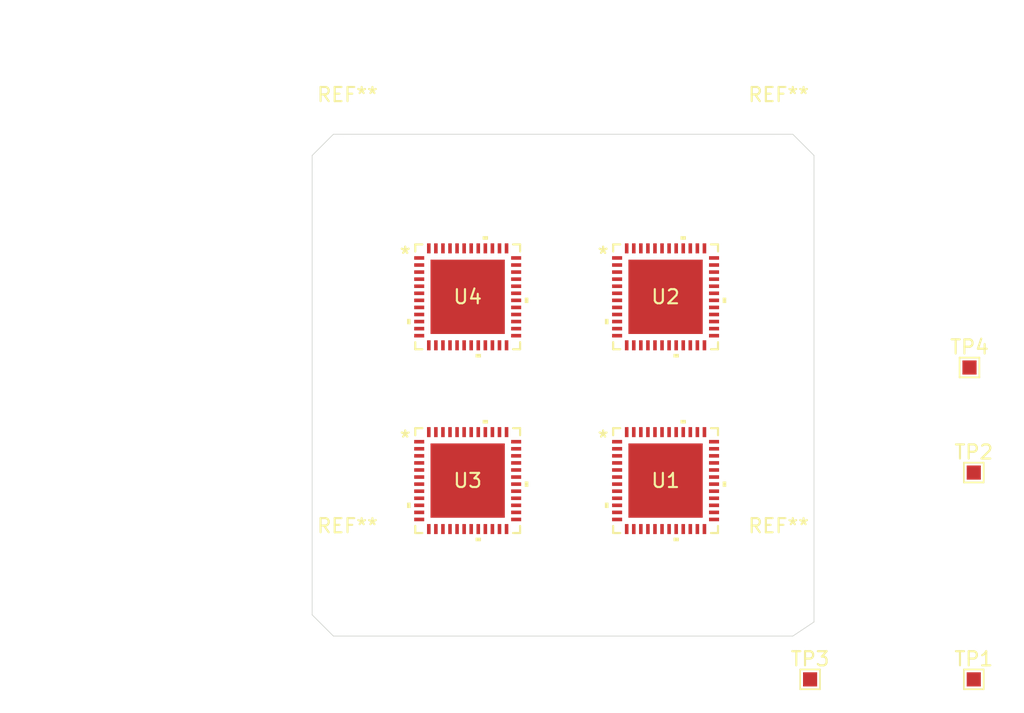
<source format=kicad_pcb>
(kicad_pcb (version 20240108) (generator "pcbnew") (generator_version "8.0")
  (layers (0 "F.Cu" signal) (31 "B.Cu" signal) (34 "B.Paste" user) (35 "F.Paste" user) (36 "B.SilkS" user "B.Silkscreen") (37 "F.SilkS" user "F.Silkscreen") (38 "B.Mask" user) (39 "F.Mask" user) (44 "Edge.Cuts" user))
  (net 0 "")
  (net 1 "Net-(U1-NRST)")
  (net 2 "Net-(U2-NRST)")
  (net 3 "Net-(U3-NRST)")
  (net 4 "Net-(U4-NRST)")
  (footprint "TestPoint:TestPoint_Pad_1.0x1.0mm" (layer "F.Cu") (at 154.3034 111.0624)
    (property "Reference" "TP1" (at 0 -1.448 0) (layer "F.SilkS"))
    (property "Value" "TestPoint")
    (fp_line (start -0.7 -0.7) (end 0.7 -0.7) (stroke (width 0.12)) (layer "F.SilkS"))
    (fp_line (start -0.7 0.7) (end -0.7 -0.7) (stroke (width 0.12)) (layer "F.SilkS"))
    (fp_line (start 0.7 -0.7) (end 0.7 0.7) (stroke (width 0.12)) (layer "F.SilkS"))
    (fp_line (start 0.7 0.7) (end -0.7 0.7) (stroke (width 0.12)) (layer "F.SilkS"))
    (pad "1" smd rect (at 0 0) (size 1 1) (layers "F.Cu" "F.Mask") (net 1 "Net-(U1-NRST)"))
  )
  (footprint "TestPoint:TestPoint_Pad_1.0x1.0mm" (layer "F.Cu") (at 154 89)
    (property "Reference" "TP4" (at 0 -1.448 0) (layer "F.SilkS"))
    (property "Value" "TestPoint")
    (fp_line (start -0.7 -0.7) (end 0.7 -0.7) (stroke (width 0.12)) (layer "F.SilkS"))
    (fp_line (start -0.7 0.7) (end -0.7 -0.7) (stroke (width 0.12)) (layer "F.SilkS"))
    (fp_line (start 0.7 -0.7) (end 0.7 0.7) (stroke (width 0.12)) (layer "F.SilkS"))
    (fp_line (start 0.7 0.7) (end -0.7 0.7) (stroke (width 0.12)) (layer "F.SilkS"))
    (pad "1" smd rect (at 0 0) (size 1 1) (layers "F.Cu" "F.Mask") (net 4 "Net-(U4-NRST)"))
  )
  (footprint "TestPoint:TestPoint_Pad_1.0x1.0mm" (layer "F.Cu") (at 142.7234 111.0624)
    (property "Reference" "TP3" (at 0 -1.448 0) (layer "F.SilkS"))
    (property "Value" "TestPoint")
    (fp_line (start -0.7 -0.7) (end 0.7 -0.7) (stroke (width 0.12)) (layer "F.SilkS"))
    (fp_line (start -0.7 0.7) (end -0.7 -0.7) (stroke (width 0.12)) (layer "F.SilkS"))
    (fp_line (start 0.7 -0.7) (end 0.7 0.7) (stroke (width 0.12)) (layer "F.SilkS"))
    (fp_line (start 0.7 0.7) (end -0.7 0.7) (stroke (width 0.12)) (layer "F.SilkS"))
    (pad "1" smd rect (at 0 0) (size 1 1) (layers "F.Cu" "F.Mask") (net 3 "Net-(U3-NRST)"))
  )
  (footprint "Snapeda:VFQFPN48_7X7X1_STM" (layer "F.Cu") (at 118.5 97)
    (property "Reference" "U3" (at 0 0 0) (layer "F.SilkS"))
    (property "Value" "STSPIN32F0")
    (fp_line (start -3.7084 -3.7084) (end -3.7084 -3.20974) (stroke (width 0.1524)) (layer "F.SilkS"))
    (fp_line (start -3.7084 3.20974) (end -3.7084 3.7084) (stroke (width 0.1524)) (layer "F.SilkS"))
    (fp_line (start -3.7084 3.7084) (end -3.20974 3.7084) (stroke (width 0.1524)) (layer "F.SilkS"))
    (fp_line (start -3.20974 -3.7084) (end -3.7084 -3.7084) (stroke (width 0.1524)) (layer "F.SilkS"))
    (fp_line (start 3.20974 3.7084) (end 3.7084 3.7084) (stroke (width 0.1524)) (layer "F.SilkS"))
    (fp_line (start 3.7084 -3.7084) (end 3.20974 -3.7084) (stroke (width 0.1524)) (layer "F.SilkS"))
    (fp_line (start 3.7084 -3.20974) (end 3.7084 -3.7084) (stroke (width 0.1524)) (layer "F.SilkS"))
    (fp_line (start 3.7084 3.7084) (end 3.7084 3.20974) (stroke (width 0.1524)) (layer "F.SilkS"))
    (fp_poly (pts (xy -4.2926 1.559499) (xy -4.2926 1.940499) (xy -4.0386 1.940499) (xy -4.0386 1.559499)) (fill solid) (layer "F.SilkS"))
    (fp_poly (pts (xy 0.559501 4.0386) (xy 0.559501 4.2926) (xy 0.940501 4.2926) (xy 0.940501 4.0386)) (fill solid) (layer "F.SilkS"))
    (fp_poly (pts (xy 1.0595 -4.0386) (xy 1.0595 -4.2926) (xy 1.4405 -4.2926) (xy 1.4405 -4.0386)) (fill solid) (layer "F.SilkS"))
    (fp_poly (pts (xy 4.2926 0.059499) (xy 4.2926 0.4405) (xy 4.0386 0.4405) (xy 4.0386 0.059499)) (fill solid) (layer "F.SilkS"))
    (fp_text user "*" (at -4.4196 -3 0) (layer "F.SilkS"))
    (fp_text user "*" (at -4.4196 -3 0) (layer "F.SilkS"))
    (pad "1" smd rect (at -3.429 -2.75 90) (size 0.254 0.7112) (layers "F.Cu" "F.Paste" "F.Mask"))
    (pad "2" smd rect (at -3.429 -2.250001 90) (size 0.254 0.7112) (layers "F.Cu" "F.Paste" "F.Mask"))
    (pad "3" smd rect (at -3.429 -1.749999 90) (size 0.254 0.7112) (layers "F.Cu" "F.Paste" "F.Mask"))
    (pad "4" smd rect (at -3.429 -1.25 90) (size 0.254 0.7112) (layers "F.Cu" "F.Paste" "F.Mask"))
    (pad "5" smd rect (at -3.429 -0.750001 90) (size 0.254 0.7112) (layers "F.Cu" "F.Paste" "F.Mask"))
    (pad "6" smd rect (at -3.429 -0.25 90) (size 0.254 0.7112) (layers "F.Cu" "F.Paste" "F.Mask"))
    (pad "7" smd rect (at -3.429 0.25 90) (size 0.254 0.7112) (layers "F.Cu" "F.Paste" "F.Mask") (net 3 "Net-(U3-NRST)"))
    (pad "8" smd rect (at -3.429 0.750001 90) (size 0.254 0.7112) (layers "F.Cu" "F.Paste" "F.Mask"))
    (pad "9" smd rect (at -3.429 1.25 90) (size 0.254 0.7112) (layers "F.Cu" "F.Paste" "F.Mask"))
    (pad "10" smd rect (at -3.429 1.749999 90) (size 0.254 0.7112) (layers "F.Cu" "F.Paste" "F.Mask"))
    (pad "11" smd rect (at -3.429 2.250001 90) (size 0.254 0.7112) (layers "F.Cu" "F.Paste" "F.Mask"))
    (pad "12" smd rect (at -3.429 2.75 90) (size 0.254 0.7112) (layers "F.Cu" "F.Paste" "F.Mask"))
    (pad "13" smd rect (at -2.75 3.429) (size 0.254 0.7112) (layers "F.Cu" "F.Paste" "F.Mask"))
    (pad "14" smd rect (at -2.250001 3.429) (size 0.254 0.7112) (layers "F.Cu" "F.Paste" "F.Mask"))
    (pad "15" smd rect (at -1.749999 3.429) (size 0.254 0.7112) (layers "F.Cu" "F.Paste" "F.Mask"))
    (pad "16" smd rect (at -1.25 3.429) (size 0.254 0.7112) (layers "F.Cu" "F.Paste" "F.Mask"))
    (pad "17" smd rect (at -0.750001 3.429) (size 0.254 0.7112) (layers "F.Cu" "F.Paste" "F.Mask"))
    (pad "18" smd rect (at -0.25 3.429) (size 0.254 0.7112) (layers "F.Cu" "F.Paste" "F.Mask"))
    (pad "19" smd rect (at 0.25 3.429) (size 0.254 0.7112) (layers "F.Cu" "F.Paste" "F.Mask"))
    (pad "20" smd rect (at 0.750001 3.429) (size 0.254 0.7112) (layers "F.Cu" "F.Paste" "F.Mask"))
    (pad "21" smd rect (at 1.25 3.429) (size 0.254 0.7112) (layers "F.Cu" "F.Paste" "F.Mask"))
    (pad "22" smd rect (at 1.749999 3.429) (size 0.254 0.7112) (layers "F.Cu" "F.Paste" "F.Mask"))
    (pad "23" smd rect (at 2.250001 3.429) (size 0.254 0.7112) (layers "F.Cu" "F.Paste" "F.Mask"))
    (pad "24" smd rect (at 2.75 3.429) (size 0.254 0.7112) (layers "F.Cu" "F.Paste" "F.Mask"))
    (pad "25" smd rect (at 3.429 2.75 90) (size 0.254 0.7112) (layers "F.Cu" "F.Paste" "F.Mask"))
    (pad "26" smd rect (at 3.429 2.250001 90) (size 0.254 0.7112) (layers "F.Cu" "F.Paste" "F.Mask"))
    (pad "27" smd rect (at 3.429 1.749999 90) (size 0.254 0.7112) (layers "F.Cu" "F.Paste" "F.Mask"))
    (pad "28" smd rect (at 3.429 1.25 90) (size 0.254 0.7112) (layers "F.Cu" "F.Paste" "F.Mask"))
    (pad "29" smd rect (at 3.429 0.750001 90) (size 0.254 0.7112) (layers "F.Cu" "F.Paste" "F.Mask"))
    (pad "30" smd rect (at 3.429 0.25 90) (size 0.254 0.7112) (layers "F.Cu" "F.Paste" "F.Mask"))
    (pad "31" smd rect (at 3.429 -0.25 90) (size 0.254 0.7112) (layers "F.Cu" "F.Paste" "F.Mask"))
    (pad "32" smd rect (at 3.429 -0.750001 90) (size 0.254 0.7112) (layers "F.Cu" "F.Paste" "F.Mask"))
    (pad "33" smd rect (at 3.429 -1.25 90) (size 0.254 0.7112) (layers "F.Cu" "F.Paste" "F.Mask"))
    (pad "34" smd rect (at 3.429 -1.749999 90) (size 0.254 0.7112) (layers "F.Cu" "F.Paste" "F.Mask"))
    (pad "35" smd rect (at 3.429 -2.250001 90) (size 0.254 0.7112) (layers "F.Cu" "F.Paste" "F.Mask"))
    (pad "36" smd rect (at 3.429 -2.75 90) (size 0.254 0.7112) (layers "F.Cu" "F.Paste" "F.Mask"))
    (pad "37" smd rect (at 2.75 -3.429) (size 0.254 0.7112) (layers "F.Cu" "F.Paste" "F.Mask"))
    (pad "38" smd rect (at 2.250001 -3.429) (size 0.254 0.7112) (layers "F.Cu" "F.Paste" "F.Mask"))
    (pad "39" smd rect (at 1.749999 -3.429) (size 0.254 0.7112) (layers "F.Cu" "F.Paste" "F.Mask"))
    (pad "40" smd rect (at 1.25 -3.429) (size 0.254 0.7112) (layers "F.Cu" "F.Paste" "F.Mask"))
    (pad "41" smd rect (at 0.750001 -3.429) (size 0.254 0.7112) (layers "F.Cu" "F.Paste" "F.Mask"))
    (pad "42" smd rect (at 0.25 -3.429) (size 0.254 0.7112) (layers "F.Cu" "F.Paste" "F.Mask"))
    (pad "43" smd rect (at -0.25 -3.429) (size 0.254 0.7112) (layers "F.Cu" "F.Paste" "F.Mask"))
    (pad "44" smd rect (at -0.750001 -3.429) (size 0.254 0.7112) (layers "F.Cu" "F.Paste" "F.Mask"))
    (pad "45" smd rect (at -1.25 -3.429) (size 0.254 0.7112) (layers "F.Cu" "F.Paste" "F.Mask"))
    (pad "46" smd rect (at -1.749999 -3.429) (size 0.254 0.7112) (layers "F.Cu" "F.Paste" "F.Mask"))
    (pad "47" smd rect (at -2.250001 -3.429) (size 0.254 0.7112) (layers "F.Cu" "F.Paste" "F.Mask"))
    (pad "48" smd rect (at -2.75 -3.429) (size 0.254 0.7112) (layers "F.Cu" "F.Paste" "F.Mask"))
    (pad "49" smd rect (at 0 0) (size 5.2578 5.2578) (layers "F.Cu" "F.Paste" "F.Mask"))
  )
  (footprint "Snapeda:VFQFPN48_7X7X1_STM" (layer "F.Cu") (at 132.5 97)
    (property "Reference" "U1" (at 0 0 0) (layer "F.SilkS"))
    (property "Value" "STSPIN32F0")
    (fp_line (start -3.7084 -3.7084) (end -3.7084 -3.20974) (stroke (width 0.1524)) (layer "F.SilkS"))
    (fp_line (start -3.7084 3.20974) (end -3.7084 3.7084) (stroke (width 0.1524)) (layer "F.SilkS"))
    (fp_line (start -3.7084 3.7084) (end -3.20974 3.7084) (stroke (width 0.1524)) (layer "F.SilkS"))
    (fp_line (start -3.20974 -3.7084) (end -3.7084 -3.7084) (stroke (width 0.1524)) (layer "F.SilkS"))
    (fp_line (start 3.20974 3.7084) (end 3.7084 3.7084) (stroke (width 0.1524)) (layer "F.SilkS"))
    (fp_line (start 3.7084 -3.7084) (end 3.20974 -3.7084) (stroke (width 0.1524)) (layer "F.SilkS"))
    (fp_line (start 3.7084 -3.20974) (end 3.7084 -3.7084) (stroke (width 0.1524)) (layer "F.SilkS"))
    (fp_line (start 3.7084 3.7084) (end 3.7084 3.20974) (stroke (width 0.1524)) (layer "F.SilkS"))
    (fp_poly (pts (xy -4.2926 1.559499) (xy -4.2926 1.940499) (xy -4.0386 1.940499) (xy -4.0386 1.559499)) (fill solid) (layer "F.SilkS"))
    (fp_poly (pts (xy 0.559501 4.0386) (xy 0.559501 4.2926) (xy 0.940501 4.2926) (xy 0.940501 4.0386)) (fill solid) (layer "F.SilkS"))
    (fp_poly (pts (xy 1.0595 -4.0386) (xy 1.0595 -4.2926) (xy 1.4405 -4.2926) (xy 1.4405 -4.0386)) (fill solid) (layer "F.SilkS"))
    (fp_poly (pts (xy 4.2926 0.059499) (xy 4.2926 0.4405) (xy 4.0386 0.4405) (xy 4.0386 0.059499)) (fill solid) (layer "F.SilkS"))
    (fp_text user "*" (at -4.4196 -3 0) (layer "F.SilkS"))
    (fp_text user "*" (at -4.4196 -3 0) (layer "F.SilkS"))
    (pad "1" smd rect (at -3.429 -2.75 90) (size 0.254 0.7112) (layers "F.Cu" "F.Paste" "F.Mask"))
    (pad "2" smd rect (at -3.429 -2.250001 90) (size 0.254 0.7112) (layers "F.Cu" "F.Paste" "F.Mask"))
    (pad "3" smd rect (at -3.429 -1.749999 90) (size 0.254 0.7112) (layers "F.Cu" "F.Paste" "F.Mask"))
    (pad "4" smd rect (at -3.429 -1.25 90) (size 0.254 0.7112) (layers "F.Cu" "F.Paste" "F.Mask"))
    (pad "5" smd rect (at -3.429 -0.750001 90) (size 0.254 0.7112) (layers "F.Cu" "F.Paste" "F.Mask"))
    (pad "6" smd rect (at -3.429 -0.25 90) (size 0.254 0.7112) (layers "F.Cu" "F.Paste" "F.Mask"))
    (pad "7" smd rect (at -3.429 0.25 90) (size 0.254 0.7112) (layers "F.Cu" "F.Paste" "F.Mask") (net 1 "Net-(U1-NRST)"))
    (pad "8" smd rect (at -3.429 0.750001 90) (size 0.254 0.7112) (layers "F.Cu" "F.Paste" "F.Mask"))
    (pad "9" smd rect (at -3.429 1.25 90) (size 0.254 0.7112) (layers "F.Cu" "F.Paste" "F.Mask"))
    (pad "10" smd rect (at -3.429 1.749999 90) (size 0.254 0.7112) (layers "F.Cu" "F.Paste" "F.Mask"))
    (pad "11" smd rect (at -3.429 2.250001 90) (size 0.254 0.7112) (layers "F.Cu" "F.Paste" "F.Mask"))
    (pad "12" smd rect (at -3.429 2.75 90) (size 0.254 0.7112) (layers "F.Cu" "F.Paste" "F.Mask"))
    (pad "13" smd rect (at -2.75 3.429) (size 0.254 0.7112) (layers "F.Cu" "F.Paste" "F.Mask"))
    (pad "14" smd rect (at -2.250001 3.429) (size 0.254 0.7112) (layers "F.Cu" "F.Paste" "F.Mask"))
    (pad "15" smd rect (at -1.749999 3.429) (size 0.254 0.7112) (layers "F.Cu" "F.Paste" "F.Mask"))
    (pad "16" smd rect (at -1.25 3.429) (size 0.254 0.7112) (layers "F.Cu" "F.Paste" "F.Mask"))
    (pad "17" smd rect (at -0.750001 3.429) (size 0.254 0.7112) (layers "F.Cu" "F.Paste" "F.Mask"))
    (pad "18" smd rect (at -0.25 3.429) (size 0.254 0.7112) (layers "F.Cu" "F.Paste" "F.Mask"))
    (pad "19" smd rect (at 0.25 3.429) (size 0.254 0.7112) (layers "F.Cu" "F.Paste" "F.Mask"))
    (pad "20" smd rect (at 0.750001 3.429) (size 0.254 0.7112) (layers "F.Cu" "F.Paste" "F.Mask"))
    (pad "21" smd rect (at 1.25 3.429) (size 0.254 0.7112) (layers "F.Cu" "F.Paste" "F.Mask"))
    (pad "22" smd rect (at 1.749999 3.429) (size 0.254 0.7112) (layers "F.Cu" "F.Paste" "F.Mask"))
    (pad "23" smd rect (at 2.250001 3.429) (size 0.254 0.7112) (layers "F.Cu" "F.Paste" "F.Mask"))
    (pad "24" smd rect (at 2.75 3.429) (size 0.254 0.7112) (layers "F.Cu" "F.Paste" "F.Mask"))
    (pad "25" smd rect (at 3.429 2.75 90) (size 0.254 0.7112) (layers "F.Cu" "F.Paste" "F.Mask"))
    (pad "26" smd rect (at 3.429 2.250001 90) (size 0.254 0.7112) (layers "F.Cu" "F.Paste" "F.Mask"))
    (pad "27" smd rect (at 3.429 1.749999 90) (size 0.254 0.7112) (layers "F.Cu" "F.Paste" "F.Mask"))
    (pad "28" smd rect (at 3.429 1.25 90) (size 0.254 0.7112) (layers "F.Cu" "F.Paste" "F.Mask"))
    (pad "29" smd rect (at 3.429 0.750001 90) (size 0.254 0.7112) (layers "F.Cu" "F.Paste" "F.Mask"))
    (pad "30" smd rect (at 3.429 0.25 90) (size 0.254 0.7112) (layers "F.Cu" "F.Paste" "F.Mask"))
    (pad "31" smd rect (at 3.429 -0.25 90) (size 0.254 0.7112) (layers "F.Cu" "F.Paste" "F.Mask"))
    (pad "32" smd rect (at 3.429 -0.750001 90) (size 0.254 0.7112) (layers "F.Cu" "F.Paste" "F.Mask"))
    (pad "33" smd rect (at 3.429 -1.25 90) (size 0.254 0.7112) (layers "F.Cu" "F.Paste" "F.Mask"))
    (pad "34" smd rect (at 3.429 -1.749999 90) (size 0.254 0.7112) (layers "F.Cu" "F.Paste" "F.Mask"))
    (pad "35" smd rect (at 3.429 -2.250001 90) (size 0.254 0.7112) (layers "F.Cu" "F.Paste" "F.Mask"))
    (pad "36" smd rect (at 3.429 -2.75 90) (size 0.254 0.7112) (layers "F.Cu" "F.Paste" "F.Mask"))
    (pad "37" smd rect (at 2.75 -3.429) (size 0.254 0.7112) (layers "F.Cu" "F.Paste" "F.Mask"))
    (pad "38" smd rect (at 2.250001 -3.429) (size 0.254 0.7112) (layers "F.Cu" "F.Paste" "F.Mask"))
    (pad "39" smd rect (at 1.749999 -3.429) (size 0.254 0.7112) (layers "F.Cu" "F.Paste" "F.Mask"))
    (pad "40" smd rect (at 1.25 -3.429) (size 0.254 0.7112) (layers "F.Cu" "F.Paste" "F.Mask"))
    (pad "41" smd rect (at 0.750001 -3.429) (size 0.254 0.7112) (layers "F.Cu" "F.Paste" "F.Mask"))
    (pad "42" smd rect (at 0.25 -3.429) (size 0.254 0.7112) (layers "F.Cu" "F.Paste" "F.Mask"))
    (pad "43" smd rect (at -0.25 -3.429) (size 0.254 0.7112) (layers "F.Cu" "F.Paste" "F.Mask"))
    (pad "44" smd rect (at -0.750001 -3.429) (size 0.254 0.7112) (layers "F.Cu" "F.Paste" "F.Mask"))
    (pad "45" smd rect (at -1.25 -3.429) (size 0.254 0.7112) (layers "F.Cu" "F.Paste" "F.Mask"))
    (pad "46" smd rect (at -1.749999 -3.429) (size 0.254 0.7112) (layers "F.Cu" "F.Paste" "F.Mask"))
    (pad "47" smd rect (at -2.250001 -3.429) (size 0.254 0.7112) (layers "F.Cu" "F.Paste" "F.Mask"))
    (pad "48" smd rect (at -2.75 -3.429) (size 0.254 0.7112) (layers "F.Cu" "F.Paste" "F.Mask"))
    (pad "49" smd rect (at 0 0) (size 5.2578 5.2578) (layers "F.Cu" "F.Paste" "F.Mask"))
  )
  (footprint "TestPoint:TestPoint_Pad_1.0x1.0mm" (layer "F.Cu") (at 154.3034 96.4324)
    (property "Reference" "TP2" (at 0 -1.448 0) (layer "F.SilkS"))
    (property "Value" "TestPoint")
    (fp_line (start -0.7 -0.7) (end 0.7 -0.7) (stroke (width 0.12)) (layer "F.SilkS"))
    (fp_line (start -0.7 0.7) (end -0.7 -0.7) (stroke (width 0.12)) (layer "F.SilkS"))
    (fp_line (start 0.7 -0.7) (end 0.7 0.7) (stroke (width 0.12)) (layer "F.SilkS"))
    (fp_line (start 0.7 0.7) (end -0.7 0.7) (stroke (width 0.12)) (layer "F.SilkS"))
    (pad "1" smd rect (at 0 0) (size 1 1) (layers "F.Cu" "F.Mask") (net 2 "Net-(U2-NRST)"))
  )
  (footprint "Snapeda:VFQFPN48_7X7X1_STM" (layer "F.Cu") (at 118.5 84)
    (property "Reference" "U4" (at 0 0 0) (layer "F.SilkS"))
    (property "Value" "STSPIN32F0")
    (fp_line (start -3.7084 -3.7084) (end -3.7084 -3.20974) (stroke (width 0.1524)) (layer "F.SilkS"))
    (fp_line (start -3.7084 3.20974) (end -3.7084 3.7084) (stroke (width 0.1524)) (layer "F.SilkS"))
    (fp_line (start -3.7084 3.7084) (end -3.20974 3.7084) (stroke (width 0.1524)) (layer "F.SilkS"))
    (fp_line (start -3.20974 -3.7084) (end -3.7084 -3.7084) (stroke (width 0.1524)) (layer "F.SilkS"))
    (fp_line (start 3.20974 3.7084) (end 3.7084 3.7084) (stroke (width 0.1524)) (layer "F.SilkS"))
    (fp_line (start 3.7084 -3.7084) (end 3.20974 -3.7084) (stroke (width 0.1524)) (layer "F.SilkS"))
    (fp_line (start 3.7084 -3.20974) (end 3.7084 -3.7084) (stroke (width 0.1524)) (layer "F.SilkS"))
    (fp_line (start 3.7084 3.7084) (end 3.7084 3.20974) (stroke (width 0.1524)) (layer "F.SilkS"))
    (fp_poly (pts (xy -4.2926 1.559499) (xy -4.2926 1.940499) (xy -4.0386 1.940499) (xy -4.0386 1.559499)) (fill solid) (layer "F.SilkS"))
    (fp_poly (pts (xy 0.559501 4.0386) (xy 0.559501 4.2926) (xy 0.940501 4.2926) (xy 0.940501 4.0386)) (fill solid) (layer "F.SilkS"))
    (fp_poly (pts (xy 1.0595 -4.0386) (xy 1.0595 -4.2926) (xy 1.4405 -4.2926) (xy 1.4405 -4.0386)) (fill solid) (layer "F.SilkS"))
    (fp_poly (pts (xy 4.2926 0.059499) (xy 4.2926 0.4405) (xy 4.0386 0.4405) (xy 4.0386 0.059499)) (fill solid) (layer "F.SilkS"))
    (fp_text user "*" (at -4.4196 -3 0) (layer "F.SilkS"))
    (fp_text user "*" (at -4.4196 -3 0) (layer "F.SilkS"))
    (pad "1" smd rect (at -3.429 -2.75 90) (size 0.254 0.7112) (layers "F.Cu" "F.Paste" "F.Mask"))
    (pad "2" smd rect (at -3.429 -2.250001 90) (size 0.254 0.7112) (layers "F.Cu" "F.Paste" "F.Mask"))
    (pad "3" smd rect (at -3.429 -1.749999 90) (size 0.254 0.7112) (layers "F.Cu" "F.Paste" "F.Mask"))
    (pad "4" smd rect (at -3.429 -1.25 90) (size 0.254 0.7112) (layers "F.Cu" "F.Paste" "F.Mask"))
    (pad "5" smd rect (at -3.429 -0.750001 90) (size 0.254 0.7112) (layers "F.Cu" "F.Paste" "F.Mask"))
    (pad "6" smd rect (at -3.429 -0.25 90) (size 0.254 0.7112) (layers "F.Cu" "F.Paste" "F.Mask"))
    (pad "7" smd rect (at -3.429 0.25 90) (size 0.254 0.7112) (layers "F.Cu" "F.Paste" "F.Mask") (net 4 "Net-(U4-NRST)"))
    (pad "8" smd rect (at -3.429 0.750001 90) (size 0.254 0.7112) (layers "F.Cu" "F.Paste" "F.Mask"))
    (pad "9" smd rect (at -3.429 1.25 90) (size 0.254 0.7112) (layers "F.Cu" "F.Paste" "F.Mask"))
    (pad "10" smd rect (at -3.429 1.749999 90) (size 0.254 0.7112) (layers "F.Cu" "F.Paste" "F.Mask"))
    (pad "11" smd rect (at -3.429 2.250001 90) (size 0.254 0.7112) (layers "F.Cu" "F.Paste" "F.Mask"))
    (pad "12" smd rect (at -3.429 2.75 90) (size 0.254 0.7112) (layers "F.Cu" "F.Paste" "F.Mask"))
    (pad "13" smd rect (at -2.75 3.429) (size 0.254 0.7112) (layers "F.Cu" "F.Paste" "F.Mask"))
    (pad "14" smd rect (at -2.250001 3.429) (size 0.254 0.7112) (layers "F.Cu" "F.Paste" "F.Mask"))
    (pad "15" smd rect (at -1.749999 3.429) (size 0.254 0.7112) (layers "F.Cu" "F.Paste" "F.Mask"))
    (pad "16" smd rect (at -1.25 3.429) (size 0.254 0.7112) (layers "F.Cu" "F.Paste" "F.Mask"))
    (pad "17" smd rect (at -0.750001 3.429) (size 0.254 0.7112) (layers "F.Cu" "F.Paste" "F.Mask"))
    (pad "18" smd rect (at -0.25 3.429) (size 0.254 0.7112) (layers "F.Cu" "F.Paste" "F.Mask"))
    (pad "19" smd rect (at 0.25 3.429) (size 0.254 0.7112) (layers "F.Cu" "F.Paste" "F.Mask"))
    (pad "20" smd rect (at 0.750001 3.429) (size 0.254 0.7112) (layers "F.Cu" "F.Paste" "F.Mask"))
    (pad "21" smd rect (at 1.25 3.429) (size 0.254 0.7112) (layers "F.Cu" "F.Paste" "F.Mask"))
    (pad "22" smd rect (at 1.749999 3.429) (size 0.254 0.7112) (layers "F.Cu" "F.Paste" "F.Mask"))
    (pad "23" smd rect (at 2.250001 3.429) (size 0.254 0.7112) (layers "F.Cu" "F.Paste" "F.Mask"))
    (pad "24" smd rect (at 2.75 3.429) (size 0.254 0.7112) (layers "F.Cu" "F.Paste" "F.Mask"))
    (pad "25" smd rect (at 3.429 2.75 90) (size 0.254 0.7112) (layers "F.Cu" "F.Paste" "F.Mask"))
    (pad "26" smd rect (at 3.429 2.250001 90) (size 0.254 0.7112) (layers "F.Cu" "F.Paste" "F.Mask"))
    (pad "27" smd rect (at 3.429 1.749999 90) (size 0.254 0.7112) (layers "F.Cu" "F.Paste" "F.Mask"))
    (pad "28" smd rect (at 3.429 1.25 90) (size 0.254 0.7112) (layers "F.Cu" "F.Paste" "F.Mask"))
    (pad "29" smd rect (at 3.429 0.750001 90) (size 0.254 0.7112) (layers "F.Cu" "F.Paste" "F.Mask"))
    (pad "30" smd rect (at 3.429 0.25 90) (size 0.254 0.7112) (layers "F.Cu" "F.Paste" "F.Mask"))
    (pad "31" smd rect (at 3.429 -0.25 90) (size 0.254 0.7112) (layers "F.Cu" "F.Paste" "F.Mask"))
    (pad "32" smd rect (at 3.429 -0.750001 90) (size 0.254 0.7112) (layers "F.Cu" "F.Paste" "F.Mask"))
    (pad "33" smd rect (at 3.429 -1.25 90) (size 0.254 0.7112) (layers "F.Cu" "F.Paste" "F.Mask"))
    (pad "34" smd rect (at 3.429 -1.749999 90) (size 0.254 0.7112) (layers "F.Cu" "F.Paste" "F.Mask"))
    (pad "35" smd rect (at 3.429 -2.250001 90) (size 0.254 0.7112) (layers "F.Cu" "F.Paste" "F.Mask"))
    (pad "36" smd rect (at 3.429 -2.75 90) (size 0.254 0.7112) (layers "F.Cu" "F.Paste" "F.Mask"))
    (pad "37" smd rect (at 2.75 -3.429) (size 0.254 0.7112) (layers "F.Cu" "F.Paste" "F.Mask"))
    (pad "38" smd rect (at 2.250001 -3.429) (size 0.254 0.7112) (layers "F.Cu" "F.Paste" "F.Mask"))
    (pad "39" smd rect (at 1.749999 -3.429) (size 0.254 0.7112) (layers "F.Cu" "F.Paste" "F.Mask"))
    (pad "40" smd rect (at 1.25 -3.429) (size 0.254 0.7112) (layers "F.Cu" "F.Paste" "F.Mask"))
    (pad "41" smd rect (at 0.750001 -3.429) (size 0.254 0.7112) (layers "F.Cu" "F.Paste" "F.Mask"))
    (pad "42" smd rect (at 0.25 -3.429) (size 0.254 0.7112) (layers "F.Cu" "F.Paste" "F.Mask"))
    (pad "43" smd rect (at -0.25 -3.429) (size 0.254 0.7112) (layers "F.Cu" "F.Paste" "F.Mask"))
    (pad "44" smd rect (at -0.750001 -3.429) (size 0.254 0.7112) (layers "F.Cu" "F.Paste" "F.Mask"))
    (pad "45" smd rect (at -1.25 -3.429) (size 0.254 0.7112) (layers "F.Cu" "F.Paste" "F.Mask"))
    (pad "46" smd rect (at -1.749999 -3.429) (size 0.254 0.7112) (layers "F.Cu" "F.Paste" "F.Mask"))
    (pad "47" smd rect (at -2.250001 -3.429) (size 0.254 0.7112) (layers "F.Cu" "F.Paste" "F.Mask"))
    (pad "48" smd rect (at -2.75 -3.429) (size 0.254 0.7112) (layers "F.Cu" "F.Paste" "F.Mask"))
    (pad "49" smd rect (at 0 0) (size 5.2578 5.2578) (layers "F.Cu" "F.Paste" "F.Mask"))
  )
  (footprint "MountingHole:MountingHole_4.3mm_M4" (layer "F.Cu") (at 140.5 105.5)
    (property "Reference" "REF**" (at 0 -5.3 0) (layer "F.SilkS"))
    (property "Value" "MountingHole_4.3mm_M4")
    (pad "" np_thru_hole circle (at 0 0) (size 4.3 4.3) (drill 4.3) (layers "*.Cu" "*.Mask"))
  )
  (footprint "MountingHole:MountingHole_4.3mm_M4" (layer "F.Cu") (at 110 105.5)
    (property "Reference" "REF**" (at 0 -5.3 0) (layer "F.SilkS"))
    (property "Value" "MountingHole_4.3mm_M4")
    (pad "" np_thru_hole circle (at 0 0) (size 4.3 4.3) (drill 4.3) (layers "*.Cu" "*.Mask"))
  )
  (footprint "MountingHole:MountingHole_4.3mm_M4" (layer "F.Cu") (at 110 75)
    (property "Reference" "REF**" (at 0 -5.3 0) (layer "F.SilkS"))
    (property "Value" "MountingHole_4.3mm_M4")
    (pad "" np_thru_hole circle (at 0 0) (size 4.3 4.3) (drill 4.3) (layers "*.Cu" "*.Mask"))
  )
  (footprint "Snapeda:VFQFPN48_7X7X1_STM" (layer "F.Cu") (at 132.5 84)
    (property "Reference" "U2" (at 0 0 0) (layer "F.SilkS"))
    (property "Value" "STSPIN32F0")
    (fp_line (start -3.7084 -3.7084) (end -3.7084 -3.20974) (stroke (width 0.1524)) (layer "F.SilkS"))
    (fp_line (start -3.7084 3.20974) (end -3.7084 3.7084) (stroke (width 0.1524)) (layer "F.SilkS"))
    (fp_line (start -3.7084 3.7084) (end -3.20974 3.7084) (stroke (width 0.1524)) (layer "F.SilkS"))
    (fp_line (start -3.20974 -3.7084) (end -3.7084 -3.7084) (stroke (width 0.1524)) (layer "F.SilkS"))
    (fp_line (start 3.20974 3.7084) (end 3.7084 3.7084) (stroke (width 0.1524)) (layer "F.SilkS"))
    (fp_line (start 3.7084 -3.7084) (end 3.20974 -3.7084) (stroke (width 0.1524)) (layer "F.SilkS"))
    (fp_line (start 3.7084 -3.20974) (end 3.7084 -3.7084) (stroke (width 0.1524)) (layer "F.SilkS"))
    (fp_line (start 3.7084 3.7084) (end 3.7084 3.20974) (stroke (width 0.1524)) (layer "F.SilkS"))
    (fp_poly (pts (xy -4.2926 1.559499) (xy -4.2926 1.940499) (xy -4.0386 1.940499) (xy -4.0386 1.559499)) (fill solid) (layer "F.SilkS"))
    (fp_poly (pts (xy 0.559501 4.0386) (xy 0.559501 4.2926) (xy 0.940501 4.2926) (xy 0.940501 4.0386)) (fill solid) (layer "F.SilkS"))
    (fp_poly (pts (xy 1.0595 -4.0386) (xy 1.0595 -4.2926) (xy 1.4405 -4.2926) (xy 1.4405 -4.0386)) (fill solid) (layer "F.SilkS"))
    (fp_poly (pts (xy 4.2926 0.059499) (xy 4.2926 0.4405) (xy 4.0386 0.4405) (xy 4.0386 0.059499)) (fill solid) (layer "F.SilkS"))
    (fp_text user "*" (at -4.4196 -3 0) (layer "F.SilkS"))
    (fp_text user "*" (at -4.4196 -3 0) (layer "F.SilkS"))
    (pad "1" smd rect (at -3.429 -2.75 90) (size 0.254 0.7112) (layers "F.Cu" "F.Paste" "F.Mask"))
    (pad "2" smd rect (at -3.429 -2.250001 90) (size 0.254 0.7112) (layers "F.Cu" "F.Paste" "F.Mask"))
    (pad "3" smd rect (at -3.429 -1.749999 90) (size 0.254 0.7112) (layers "F.Cu" "F.Paste" "F.Mask"))
    (pad "4" smd rect (at -3.429 -1.25 90) (size 0.254 0.7112) (layers "F.Cu" "F.Paste" "F.Mask"))
    (pad "5" smd rect (at -3.429 -0.750001 90) (size 0.254 0.7112) (layers "F.Cu" "F.Paste" "F.Mask"))
    (pad "6" smd rect (at -3.429 -0.25 90) (size 0.254 0.7112) (layers "F.Cu" "F.Paste" "F.Mask"))
    (pad "7" smd rect (at -3.429 0.25 90) (size 0.254 0.7112) (layers "F.Cu" "F.Paste" "F.Mask") (net 2 "Net-(U2-NRST)"))
    (pad "8" smd rect (at -3.429 0.750001 90) (size 0.254 0.7112) (layers "F.Cu" "F.Paste" "F.Mask"))
    (pad "9" smd rect (at -3.429 1.25 90) (size 0.254 0.7112) (layers "F.Cu" "F.Paste" "F.Mask"))
    (pad "10" smd rect (at -3.429 1.749999 90) (size 0.254 0.7112) (layers "F.Cu" "F.Paste" "F.Mask"))
    (pad "11" smd rect (at -3.429 2.250001 90) (size 0.254 0.7112) (layers "F.Cu" "F.Paste" "F.Mask"))
    (pad "12" smd rect (at -3.429 2.75 90) (size 0.254 0.7112) (layers "F.Cu" "F.Paste" "F.Mask"))
    (pad "13" smd rect (at -2.75 3.429) (size 0.254 0.7112) (layers "F.Cu" "F.Paste" "F.Mask"))
    (pad "14" smd rect (at -2.250001 3.429) (size 0.254 0.7112) (layers "F.Cu" "F.Paste" "F.Mask"))
    (pad "15" smd rect (at -1.749999 3.429) (size 0.254 0.7112) (layers "F.Cu" "F.Paste" "F.Mask"))
    (pad "16" smd rect (at -1.25 3.429) (size 0.254 0.7112) (layers "F.Cu" "F.Paste" "F.Mask"))
    (pad "17" smd rect (at -0.750001 3.429) (size 0.254 0.7112) (layers "F.Cu" "F.Paste" "F.Mask"))
    (pad "18" smd rect (at -0.25 3.429) (size 0.254 0.7112) (layers "F.Cu" "F.Paste" "F.Mask"))
    (pad "19" smd rect (at 0.25 3.429) (size 0.254 0.7112) (layers "F.Cu" "F.Paste" "F.Mask"))
    (pad "20" smd rect (at 0.750001 3.429) (size 0.254 0.7112) (layers "F.Cu" "F.Paste" "F.Mask"))
    (pad "21" smd rect (at 1.25 3.429) (size 0.254 0.7112) (layers "F.Cu" "F.Paste" "F.Mask"))
    (pad "22" smd rect (at 1.749999 3.429) (size 0.254 0.7112) (layers "F.Cu" "F.Paste" "F.Mask"))
    (pad "23" smd rect (at 2.250001 3.429) (size 0.254 0.7112) (layers "F.Cu" "F.Paste" "F.Mask"))
    (pad "24" smd rect (at 2.75 3.429) (size 0.254 0.7112) (layers "F.Cu" "F.Paste" "F.Mask"))
    (pad "25" smd rect (at 3.429 2.75 90) (size 0.254 0.7112) (layers "F.Cu" "F.Paste" "F.Mask"))
    (pad "26" smd rect (at 3.429 2.250001 90) (size 0.254 0.7112) (layers "F.Cu" "F.Paste" "F.Mask"))
    (pad "27" smd rect (at 3.429 1.749999 90) (size 0.254 0.7112) (layers "F.Cu" "F.Paste" "F.Mask"))
    (pad "28" smd rect (at 3.429 1.25 90) (size 0.254 0.7112) (layers "F.Cu" "F.Paste" "F.Mask"))
    (pad "29" smd rect (at 3.429 0.750001 90) (size 0.254 0.7112) (layers "F.Cu" "F.Paste" "F.Mask"))
    (pad "30" smd rect (at 3.429 0.25 90) (size 0.254 0.7112) (layers "F.Cu" "F.Paste" "F.Mask"))
    (pad "31" smd rect (at 3.429 -0.25 90) (size 0.254 0.7112) (layers "F.Cu" "F.Paste" "F.Mask"))
    (pad "32" smd rect (at 3.429 -0.750001 90) (size 0.254 0.7112) (layers "F.Cu" "F.Paste" "F.Mask"))
    (pad "33" smd rect (at 3.429 -1.25 90) (size 0.254 0.7112) (layers "F.Cu" "F.Paste" "F.Mask"))
    (pad "34" smd rect (at 3.429 -1.749999 90) (size 0.254 0.7112) (layers "F.Cu" "F.Paste" "F.Mask"))
    (pad "35" smd rect (at 3.429 -2.250001 90) (size 0.254 0.7112) (layers "F.Cu" "F.Paste" "F.Mask"))
    (pad "36" smd rect (at 3.429 -2.75 90) (size 0.254 0.7112) (layers "F.Cu" "F.Paste" "F.Mask"))
    (pad "37" smd rect (at 2.75 -3.429) (size 0.254 0.7112) (layers "F.Cu" "F.Paste" "F.Mask"))
    (pad "38" smd rect (at 2.250001 -3.429) (size 0.254 0.7112) (layers "F.Cu" "F.Paste" "F.Mask"))
    (pad "39" smd rect (at 1.749999 -3.429) (size 0.254 0.7112) (layers "F.Cu" "F.Paste" "F.Mask"))
    (pad "40" smd rect (at 1.25 -3.429) (size 0.254 0.7112) (layers "F.Cu" "F.Paste" "F.Mask"))
    (pad "41" smd rect (at 0.750001 -3.429) (size 0.254 0.7112) (layers "F.Cu" "F.Paste" "F.Mask"))
    (pad "42" smd rect (at 0.25 -3.429) (size 0.254 0.7112) (layers "F.Cu" "F.Paste" "F.Mask"))
    (pad "43" smd rect (at -0.25 -3.429) (size 0.254 0.7112) (layers "F.Cu" "F.Paste" "F.Mask"))
    (pad "44" smd rect (at -0.750001 -3.429) (size 0.254 0.7112) (layers "F.Cu" "F.Paste" "F.Mask"))
    (pad "45" smd rect (at -1.25 -3.429) (size 0.254 0.7112) (layers "F.Cu" "F.Paste" "F.Mask"))
    (pad "46" smd rect (at -1.749999 -3.429) (size 0.254 0.7112) (layers "F.Cu" "F.Paste" "F.Mask"))
    (pad "47" smd rect (at -2.250001 -3.429) (size 0.254 0.7112) (layers "F.Cu" "F.Paste" "F.Mask"))
    (pad "48" smd rect (at -2.75 -3.429) (size 0.254 0.7112) (layers "F.Cu" "F.Paste" "F.Mask"))
    (pad "49" smd rect (at 0 0) (size 5.2578 5.2578) (layers "F.Cu" "F.Paste" "F.Mask"))
  )
  (footprint "MountingHole:MountingHole_4.3mm_M4" (layer "F.Cu") (at 140.5 75)
    (property "Reference" "REF**" (at 0 -5.3 0) (layer "F.SilkS"))
    (property "Value" "MountingHole_4.3mm_M4")
    (pad "" np_thru_hole circle (at 0 0) (size 4.3 4.3) (drill 4.3) (layers "*.Cu" "*.Mask"))
  )
  (gr_line (start 109 72.5) (end 141.5 72.5) (stroke (width 0.05)) (layer "Edge.Cuts"))
  (gr_line (start 107.5 106.5) (end 107.5 74) (stroke (width 0.05)) (layer "Edge.Cuts"))
  (gr_line (start 141.5 108) (end 109 108) (stroke (width 0.05)) (layer "Edge.Cuts"))
  (gr_line (start 141.5 108) (end 143 107) (stroke (width 0.05)) (layer "Edge.Cuts"))
  (gr_line (start 107.5 74) (end 109 72.5) (stroke (width 0.05)) (layer "Edge.Cuts"))
  (gr_line (start 107.5 106.5) (end 109 108) (stroke (width 0.05)) (layer "Edge.Cuts"))
  (gr_line (start 143 74) (end 143 107) (stroke (width 0.05)) (layer "Edge.Cuts"))
  (gr_line (start 141.5 72.5) (end 143 74) (stroke (width 0.05)) (layer "Edge.Cuts"))
)
</source>
